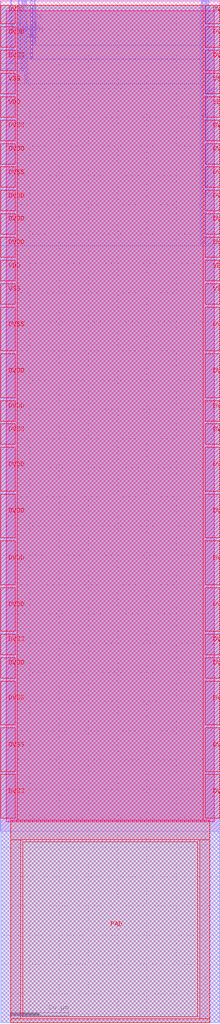
<source format=lef>
VERSION 5.7 ;
  NOWIREEXTENSIONATPIN ON ;
  DIVIDERCHAR "/" ;
  BUSBITCHARS "[]" ;
MACRO gf180mcu_ocd_io__bi_a
  CLASS PAD INOUT ;
  FOREIGN gf180mcu_ocd_io__bi_a ;
  ORIGIN 0.000 0.000 ;
  SIZE 75.000 BY 350.000 ;
  SYMMETRY X Y R90 ;
  SITE GF_IO_Site ;
  PIN A
    DIRECTION INPUT ;
    USE SIGNAL ;
    ANTENNAGATEAREA 0.504000 ;
    ANTENNADIFFAREA 1.000000 ;
    PORT
      LAYER Metal2 ;
        RECT 69.400 267.070 69.780 350.000 ;
    END
  END A
  PIN CS
    DIRECTION INPUT ;
    USE SIGNAL ;
    ANTENNAGATEAREA 0.504000 ;
    ANTENNADIFFAREA 1.000000 ;
    PORT
      LAYER Metal2 ;
        RECT 3.360 328.545 3.740 350.000 ;
    END
  END CS
  PIN DVDD
    DIRECTION INOUT ;
    USE POWER ;
    PORT
      LAYER Metal5 ;
        RECT 0.000 182.000 5.000 197.000 ;
    END
    PORT
      LAYER Metal5 ;
        RECT 0.000 214.000 5.000 229.000 ;
    END
    PORT
      LAYER Metal5 ;
        RECT 0.000 334.000 5.000 341.000 ;
    END
    PORT
      LAYER Metal5 ;
        RECT 0.000 294.000 5.000 301.000 ;
    END
    PORT
      LAYER Metal5 ;
        RECT 0.000 278.000 5.000 285.000 ;
    END
    PORT
      LAYER Metal5 ;
        RECT 0.000 270.000 5.000 277.000 ;
    END
    PORT
      LAYER Metal5 ;
        RECT 0.000 262.000 5.000 269.000 ;
    END
    PORT
      LAYER Metal5 ;
        RECT 0.000 206.000 5.000 213.000 ;
    END
    PORT
      LAYER Metal5 ;
        RECT 0.000 118.000 5.000 125.000 ;
    END
    PORT
      LAYER Metal5 ;
        RECT 0.000 134.000 5.000 149.000 ;
    END
    PORT
      LAYER Metal5 ;
        RECT 0.000 150.000 5.000 165.000 ;
    END
    PORT
      LAYER Metal5 ;
        RECT 0.000 166.000 5.000 181.000 ;
    END
    PORT
      LAYER Metal5 ;
        RECT 70.000 182.000 75.000 197.000 ;
    END
    PORT
      LAYER Metal5 ;
        RECT 70.000 214.000 75.000 229.000 ;
    END
    PORT
      LAYER Metal5 ;
        RECT 70.000 334.000 75.000 341.000 ;
    END
    PORT
      LAYER Metal5 ;
        RECT 70.000 294.000 75.000 301.000 ;
    END
    PORT
      LAYER Metal5 ;
        RECT 70.000 278.000 75.000 285.000 ;
    END
    PORT
      LAYER Metal5 ;
        RECT 70.000 270.000 75.000 277.000 ;
    END
    PORT
      LAYER Metal5 ;
        RECT 70.000 262.000 75.000 269.000 ;
    END
    PORT
      LAYER Metal5 ;
        RECT 70.000 206.000 75.000 213.000 ;
    END
    PORT
      LAYER Metal5 ;
        RECT 70.000 118.000 75.000 125.000 ;
    END
    PORT
      LAYER Metal5 ;
        RECT 70.000 134.000 75.000 149.000 ;
    END
    PORT
      LAYER Metal5 ;
        RECT 70.000 150.000 75.000 165.000 ;
    END
    PORT
      LAYER Metal5 ;
        RECT 70.000 166.000 75.000 181.000 ;
    END
  END DVDD
  PIN DVSS
    DIRECTION INOUT ;
    USE GROUND ;
    PORT
      LAYER Metal5 ;
        RECT 0.000 86.000 5.000 101.000 ;
    END
    PORT
      LAYER Metal5 ;
        RECT 0.000 70.000 5.000 85.000 ;
    END
    PORT
      LAYER Metal5 ;
        RECT 0.000 230.000 5.000 245.000 ;
    END
    PORT
      LAYER Metal5 ;
        RECT 0.000 198.000 5.000 205.000 ;
    END
    PORT
      LAYER Metal5 ;
        RECT 0.000 102.000 5.000 117.000 ;
    END
    PORT
      LAYER Metal5 ;
        RECT 0.000 126.000 5.000 133.000 ;
    END
    PORT
      LAYER Metal5 ;
        RECT 0.000 286.000 5.000 293.000 ;
    END
    PORT
      LAYER Metal5 ;
        RECT 0.000 302.000 5.000 309.000 ;
    END
    PORT
      LAYER Metal5 ;
        RECT 0.000 326.000 5.000 333.000 ;
    END
    PORT
      LAYER Metal5 ;
        RECT 0.000 342.000 5.000 348.390 ;
    END
    PORT
      LAYER Metal5 ;
        RECT 70.000 86.000 75.000 101.000 ;
    END
    PORT
      LAYER Metal5 ;
        RECT 70.000 70.000 75.000 85.000 ;
    END
    PORT
      LAYER Metal5 ;
        RECT 70.000 230.000 75.000 245.000 ;
    END
    PORT
      LAYER Metal5 ;
        RECT 70.000 198.000 75.000 205.000 ;
    END
    PORT
      LAYER Metal5 ;
        RECT 70.000 102.000 75.000 117.000 ;
    END
    PORT
      LAYER Metal5 ;
        RECT 70.000 126.000 75.000 133.000 ;
    END
    PORT
      LAYER Metal5 ;
        RECT 70.000 286.000 75.000 293.000 ;
    END
    PORT
      LAYER Metal5 ;
        RECT 70.000 302.000 75.000 309.000 ;
    END
    PORT
      LAYER Metal5 ;
        RECT 70.000 326.000 75.000 333.000 ;
    END
    PORT
      LAYER Metal5 ;
        RECT 70.000 342.000 75.000 348.390 ;
    END
  END DVSS
  PIN IE
    DIRECTION INPUT ;
    USE SIGNAL ;
    ANTENNAGATEAREA 0.504000 ;
    ANTENNADIFFAREA 1.000000 ;
    PORT
      LAYER Metal2 ;
        RECT 11.385 334.920 11.765 350.000 ;
    END
  END IE
  PIN OE
    DIRECTION INPUT ;
    USE SIGNAL ;
    ANTENNAGATEAREA 2.016000 ;
    ANTENNADIFFAREA 7.776000 ;
    PORT
      LAYER Metal2 ;
        RECT 70.130 283.445 70.510 350.000 ;
    END
  END OE
  PIN PAD
    DIRECTION INOUT ;
    USE SIGNAL ;
    ANTENNADIFFAREA 258.720001 ;
    PORT
      LAYER Metal5 ;
        RECT 7.500 2.000 67.500 62.000 ;
    END
  END PAD
  PIN PD
    DIRECTION INPUT ;
    USE SIGNAL ;
    ANTENNAGATEAREA 1.512000 ;
    ANTENNADIFFAREA 1.000000 ;
    PORT
      LAYER Metal2 ;
        RECT 10.330 330.100 10.710 350.000 ;
    END
  END PD
  PIN PDRV0
    DIRECTION INPUT ;
    USE SIGNAL ;
    ANTENNAGATEAREA 0.504000 ;
    ANTENNADIFFAREA 2.592000 ;
    PORT
      LAYER Metal2 ;
        RECT 7.110 326.870 7.490 350.000 ;
    END
  END PDRV0
  PIN PDRV1
    DIRECTION INPUT ;
    USE SIGNAL ;
    ANTENNAGATEAREA 0.504000 ;
    ANTENNADIFFAREA 2.592000 ;
    PORT
      LAYER Metal2 ;
        RECT 7.820 326.280 8.200 350.005 ;
    END
  END PDRV1
  PIN PU
    DIRECTION INPUT ;
    USE SIGNAL ;
    ANTENNAGATEAREA 1.008000 ;
    ANTENNADIFFAREA 1.795000 ;
    PORT
      LAYER Metal2 ;
        RECT 5.965 330.420 6.345 350.000 ;
    END
  END PU
  PIN SL
    DIRECTION INPUT ;
    USE SIGNAL ;
    ANTENNAGATEAREA 0.504000 ;
    ANTENNADIFFAREA 1.000000 ;
    PORT
      LAYER Metal2 ;
        RECT 68.670 266.340 69.050 350.000 ;
    END
  END SL
  PIN VDD
    DIRECTION INOUT ;
    USE POWER ;
    PORT
      LAYER Metal5 ;
        RECT 0.000 254.000 5.000 261.000 ;
    END
    PORT
      LAYER Metal5 ;
        RECT 0.000 310.000 5.000 317.000 ;
    END
    PORT
      LAYER Metal5 ;
        RECT 70.000 254.000 75.000 261.000 ;
    END
    PORT
      LAYER Metal5 ;
        RECT 70.000 310.000 75.000 317.000 ;
    END
  END VDD
  PIN VSS
    DIRECTION INOUT ;
    USE GROUND ;
    PORT
      LAYER Metal5 ;
        RECT 0.000 318.000 5.000 325.000 ;
    END
    PORT
      LAYER Metal5 ;
        RECT 0.000 246.000 5.000 253.000 ;
    END
    PORT
      LAYER Metal5 ;
        RECT 70.000 318.000 75.000 325.000 ;
    END
    PORT
      LAYER Metal5 ;
        RECT 70.000 246.000 75.000 253.000 ;
    END
  END VSS
  PIN Y
    DIRECTION OUTPUT ;
    USE SIGNAL ;
    ANTENNADIFFAREA 3.240000 ;
    PORT
      LAYER Metal2 ;
        RECT 70.860 319.900 71.240 350.000 ;
    END
  END Y
  PIN ANA
    ANTENNAGATEAREA 21.490000 ;
    ANTENNADIFFAREA 80.000000 ;
    PORT
      LAYER Metal2 ;
        RECT 8.530 321.790 8.910 350.005 ;
    END
  END ANA
  OBS
      LAYER Nwell ;
        RECT 1.820 68.895 73.180 346.535 ;
      LAYER Metal1 ;
        RECT -0.160 65.540 75.160 349.785 ;
      LAYER Metal2 ;
        RECT 0.000 328.245 3.060 348.375 ;
        RECT 4.040 330.120 5.665 348.375 ;
        RECT 6.645 330.120 6.810 348.375 ;
        RECT 4.040 328.245 6.810 330.120 ;
        RECT 0.000 326.570 6.810 328.245 ;
        RECT 9.210 329.800 10.030 348.375 ;
        RECT 11.010 334.620 11.085 348.375 ;
        RECT 12.065 334.620 68.370 348.375 ;
        RECT 11.010 329.800 68.370 334.620 ;
        RECT 0.000 325.980 7.520 326.570 ;
        RECT 0.000 321.490 8.230 325.980 ;
        RECT 9.210 321.490 68.370 329.800 ;
        RECT 0.000 266.040 68.370 321.490 ;
        RECT 71.540 319.600 75.000 348.375 ;
        RECT 70.810 283.145 75.000 319.600 ;
        RECT 70.080 266.770 75.000 283.145 ;
        RECT 69.350 266.040 75.000 266.770 ;
        RECT 0.000 0.000 75.000 266.040 ;
      LAYER Metal3 ;
        RECT 0.000 0.000 75.000 348.390 ;
      LAYER Metal4 ;
        RECT 0.000 0.000 75.000 348.390 ;
      LAYER Metal5 ;
        RECT 5.600 69.400 69.400 348.390 ;
        RECT 3.500 62.600 71.500 69.400 ;
        RECT 3.500 1.400 6.900 62.600 ;
        RECT 68.100 1.400 71.500 62.600 ;
        RECT 3.500 0.000 71.500 1.400 ;
  END
END gf180mcu_ocd_io__bi_a
END LIBRARY


</source>
